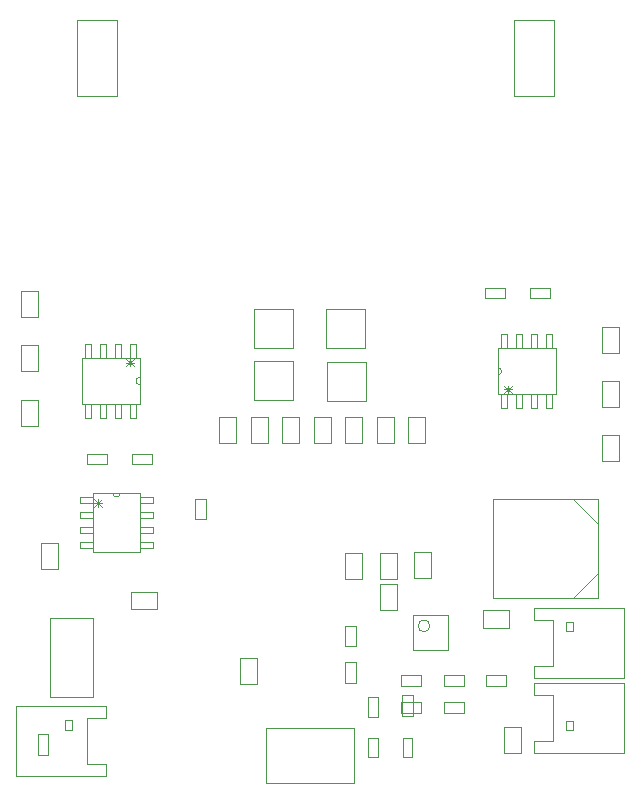
<source format=gbr>
G04*
G04 #@! TF.GenerationSoftware,Altium Limited,Altium Designer,24.6.1 (21)*
G04*
G04 Layer_Color=16711935*
%FSLAX25Y25*%
%MOIN*%
G70*
G04*
G04 #@! TF.SameCoordinates,3E969972-8C0A-4DBC-9D31-E8772DB7AAD8*
G04*
G04*
G04 #@! TF.FilePolarity,Positive*
G04*
G01*
G75*
%ADD15C,0.00300*%
%ADD60C,0.00394*%
%ADD63C,0.00000*%
%ADD64C,0.00100*%
D15*
X279400Y280676D02*
X282024Y278052D01*
X279400D02*
X282024Y280676D01*
X279400Y279364D02*
X282024D01*
X280712Y278052D02*
Y280676D01*
X416125Y316027D02*
X418749Y318651D01*
Y316027D02*
X416125Y318651D01*
X417437Y316027D02*
Y318651D01*
X418749Y317339D02*
X416125D01*
X292630Y327628D02*
X290006Y325004D01*
Y327628D02*
X292630Y325004D01*
X291318Y327628D02*
Y325004D01*
X290006Y326316D02*
X292630D01*
D60*
X391398Y238528D02*
G03*
X391398Y238528I-1969J0D01*
G01*
X382228Y208653D02*
Y215347D01*
X385772Y208653D02*
Y215347D01*
X382228D02*
X385772D01*
X382228Y208653D02*
X385772D01*
X370728Y208154D02*
Y214846D01*
X374272Y208154D02*
Y214846D01*
X370728D02*
X374272D01*
X370728Y208154D02*
X374272D01*
X374646Y252331D02*
X380354D01*
X374646Y243669D02*
X380354D01*
X374646D02*
Y252331D01*
X380354Y243669D02*
Y252331D01*
X385886Y230654D02*
X397303D01*
X385886Y242071D02*
X397303D01*
Y230654D02*
Y242071D01*
X385886Y230654D02*
Y242071D01*
X291669Y249854D02*
X300331D01*
X291669Y244146D02*
X300331D01*
X291669D02*
Y249854D01*
X300331Y244146D02*
Y249854D01*
X336755Y186067D02*
X366245D01*
X336755D02*
Y204552D01*
X336736Y204571D02*
X366245D01*
Y186067D02*
Y204571D01*
X333805Y227831D02*
X333805Y219169D01*
X328097Y219169D02*
Y227831D01*
X333805D01*
X328097Y219169D02*
X333805Y219169D01*
X264717Y241189D02*
X279283D01*
X264717Y214811D02*
X279283D01*
X264717D02*
Y241189D01*
X279283D02*
X279283Y214811D01*
X253395Y188448D02*
X283316D01*
X253395D02*
Y211676D01*
X253394Y211677D02*
X283316D01*
X283316Y207741D02*
X283316Y211676D01*
X283315Y207740D02*
X283316Y207741D01*
X277016Y207740D02*
X283315Y207740D01*
Y188449D02*
Y192386D01*
X277016D02*
X283315D01*
X277016D02*
Y207740D01*
X363179Y219654D02*
X366722D01*
X363179Y226346D02*
X366722D01*
X363179Y219654D02*
X363179Y226346D01*
X366722Y219654D02*
X366722Y226346D01*
X363146Y254169D02*
Y262831D01*
X368854Y254169D02*
Y262831D01*
X363146Y254169D02*
X368854D01*
X363146Y262831D02*
X368854D01*
X363228Y231701D02*
X366772Y231701D01*
X363228Y238394D02*
X366772D01*
X363228D02*
X363228Y231701D01*
X366772Y231701D02*
Y238394D01*
X416146Y196169D02*
X421854D01*
X416146Y204831D02*
X421854D01*
X416146Y196169D02*
Y204831D01*
X421854Y196169D02*
Y204831D01*
X382425Y194850D02*
Y201150D01*
Y194850D02*
X385575D01*
X382425Y201150D02*
X385575D01*
Y194850D02*
Y201150D01*
X374075Y194850D02*
Y201150D01*
X370925D02*
X374075D01*
X370925Y194850D02*
X374075D01*
X370925D02*
Y201150D01*
X260728Y195653D02*
Y202346D01*
X264272Y195653D02*
Y202346D01*
X260728D02*
X264272D01*
X260728Y195653D02*
X264272D01*
X269819Y207075D02*
X272181D01*
X269819Y203925D02*
X269819Y207075D01*
X269819Y203925D02*
X272181D01*
X272181Y207075D02*
X272181Y203925D01*
X388347Y209575D02*
Y213118D01*
X381653Y209575D02*
Y213118D01*
Y209575D02*
X388347D01*
X381653Y213118D02*
X388347D01*
X402846Y209575D02*
Y213118D01*
X396153Y209575D02*
Y213118D01*
Y209575D02*
X402846D01*
X396153Y213118D02*
X402846D01*
X337354Y299516D02*
Y308177D01*
X331646Y299516D02*
Y308177D01*
X337354D01*
X331646Y299516D02*
X337354D01*
X358354D02*
Y308177D01*
X352646Y299516D02*
Y308177D01*
X358354D01*
X352646Y299516D02*
X358354D01*
X347854D02*
Y308177D01*
X342146Y299516D02*
Y308177D01*
X347854D01*
X342146Y299516D02*
X347854D01*
X326854D02*
Y308177D01*
X321146Y299516D02*
Y308177D01*
X326854D01*
X321146Y299516D02*
X326854D01*
X389854D02*
Y308177D01*
X384146Y299516D02*
Y308177D01*
X389854D01*
X384146Y299516D02*
X389854D01*
X379354D02*
Y308177D01*
X373646Y299516D02*
Y308177D01*
X379354D01*
X373646Y299516D02*
X379354D01*
X368854D02*
Y308177D01*
X363146Y299516D02*
Y308177D01*
X368854D01*
X363146Y299516D02*
X368854D01*
X273807Y415051D02*
Y440642D01*
X287193Y415051D02*
Y440642D01*
X273807D02*
X287193D01*
X273807Y415051D02*
X287193D01*
X436819Y206921D02*
X439181D01*
X436819Y203772D02*
Y206921D01*
Y203772D02*
X439181D01*
Y206921D01*
X432338Y200169D02*
Y215524D01*
X426039Y215524D02*
X432338Y215524D01*
X426039Y215524D02*
Y219461D01*
Y200169D02*
X432338Y200169D01*
X426038Y200168D02*
X426039Y200169D01*
X426038Y200168D02*
X426038Y196233D01*
X426038Y196232D02*
X455961D01*
X455960Y219461D02*
X455960Y196233D01*
X426038Y219461D02*
X455960D01*
X439181Y236772D02*
Y239921D01*
X436819Y236772D02*
X439181D01*
X436819D02*
Y239921D01*
X439181D01*
X316772Y274000D02*
Y280693D01*
X313228Y274000D02*
Y280693D01*
X316772D01*
X313228Y274000D02*
X316772D01*
X267354Y257516D02*
Y266177D01*
X261646Y257516D02*
Y266177D01*
X267354D01*
X261646Y257516D02*
X267354D01*
X386146Y263221D02*
X391854D01*
X386146Y254559D02*
X391854D01*
Y263221D01*
X386146Y254559D02*
Y263221D01*
X432484Y225232D02*
Y240587D01*
X426185Y240587D02*
X432484Y240587D01*
X426185Y240587D02*
Y244524D01*
Y225232D02*
X432484D01*
X426184Y225231D02*
X426185Y225232D01*
X426184Y221296D02*
Y225231D01*
Y221295D02*
X456106D01*
X456105Y221296D02*
X456105Y244525D01*
X426184D02*
X456105D01*
X409169Y237992D02*
Y243701D01*
X417831Y237992D02*
Y243701D01*
X409169D02*
X417831D01*
X409169Y237992D02*
X417831D01*
X255146Y350177D02*
X260854Y350177D01*
X255146Y341516D02*
X260854D01*
X260854Y350177D01*
X255146Y341516D02*
Y350177D01*
X255146Y323516D02*
X260854Y323516D01*
X255146Y332177D02*
X260854D01*
X255146Y323516D02*
X255146Y332177D01*
X260854Y323516D02*
Y332177D01*
X255146Y313677D02*
X260854D01*
X255146Y305016D02*
X260854D01*
Y313677D01*
X255146Y305016D02*
Y313677D01*
X448646Y329472D02*
X454354D01*
X448646Y338134D02*
X454354D01*
X448646Y329472D02*
Y338134D01*
X454354Y329472D02*
Y338134D01*
X396153Y222118D02*
X402846D01*
X396153Y218575D02*
X402846D01*
X396153D02*
Y222118D01*
X402846Y218575D02*
Y222118D01*
X374646Y262831D02*
X380354D01*
X374646Y254169D02*
X380354D01*
Y262831D01*
X374646Y254169D02*
Y262831D01*
X410201Y222118D02*
X416894D01*
X410201Y218575D02*
X416894D01*
X410201D02*
Y222118D01*
X416894Y218575D02*
Y222118D01*
X381653D02*
X388347D01*
X381653Y218575D02*
X388347D01*
X381653D02*
Y222118D01*
X388347Y218575D02*
Y222118D01*
X419307Y415051D02*
X432693D01*
X419307Y440642D02*
X432693D01*
Y415051D02*
Y440642D01*
X419307Y415051D02*
Y440642D01*
X277201Y292407D02*
X283894D01*
X277201Y295950D02*
X283894D01*
Y292407D02*
Y295950D01*
X277201Y292407D02*
Y295950D01*
X424908Y351249D02*
X431601D01*
X424908Y347706D02*
X431601D01*
X424908D02*
Y351249D01*
X431601Y347706D02*
Y351249D01*
X416601Y347706D02*
Y351249D01*
X409908Y347706D02*
X409908Y351249D01*
X409908Y347706D02*
X416601Y347706D01*
X409908Y351249D02*
X416601D01*
X292154Y292407D02*
Y295950D01*
X298847Y292407D02*
Y295950D01*
X292154D02*
X298847D01*
X292154Y292407D02*
X298847Y292407D01*
X370091Y313512D02*
Y326504D01*
X357098Y313512D02*
X370091D01*
X357098D02*
Y326504D01*
X370091D01*
X332949Y313850D02*
Y326842D01*
X345941D01*
Y313850D02*
Y326842D01*
X332949Y313850D02*
X345941D01*
X345903Y331186D02*
Y344178D01*
X332911Y331186D02*
X345903D01*
X332911D02*
Y344178D01*
X345903D01*
X356856Y331186D02*
Y344178D01*
X369848D01*
Y331186D02*
Y344178D01*
X356856Y331186D02*
X369848D01*
X454354Y293516D02*
Y302177D01*
X448646Y293516D02*
Y302177D01*
X454354D01*
X448646Y293516D02*
X454354D01*
X448646Y311516D02*
Y320177D01*
X454354Y311516D02*
Y320177D01*
X448646Y311516D02*
X454354D01*
X448646Y320177D02*
X454354D01*
D63*
X285800Y282697D02*
G03*
X288200Y282697I1200J0D01*
G01*
X414105Y322277D02*
G03*
X414105Y324677I0J1200D01*
G01*
X294650Y321378D02*
G03*
X294650Y318978I0J-1200D01*
G01*
D64*
X279150Y262997D02*
Y282697D01*
X294850D01*
Y262997D02*
Y282697D01*
X279150Y262997D02*
X294850D01*
Y281347D02*
X299200Y281347D01*
Y279346D02*
Y281347D01*
X294850Y279346D02*
X299200D01*
X294850D02*
X294850Y281347D01*
X294850Y276346D02*
X299200D01*
Y274346D02*
Y276346D01*
X294850Y274346D02*
X299200Y274346D01*
X294850Y276346D02*
X294850Y274346D01*
Y271346D02*
X299200Y271346D01*
Y269346D02*
Y271346D01*
X294850Y269346D02*
X299200Y269346D01*
X294850Y269346D02*
X294850Y271346D01*
Y266347D02*
X299200D01*
Y264347D02*
Y266347D01*
X294850Y264347D02*
X299200Y264347D01*
X294850Y264347D02*
Y266347D01*
X274800Y264347D02*
X279150Y264347D01*
X274800Y264347D02*
Y266347D01*
X279150Y266347D01*
Y264347D02*
Y266347D01*
X274800Y269346D02*
X279150Y269346D01*
X274800Y269346D02*
Y271346D01*
X279150D01*
X279150Y269346D01*
X274800Y274346D02*
X279150D01*
X274800D02*
Y276346D01*
X279150D01*
X279150Y274346D02*
X279150Y276346D01*
X274800Y279346D02*
X279150Y279346D01*
X274800Y279346D02*
Y281347D01*
X279150Y281347D01*
X279150Y279346D01*
X415255Y315777D02*
X417255D01*
X415255D02*
X415255Y311278D01*
X417255D01*
Y315777D01*
X420255D02*
X422255D01*
X420255Y311278D02*
Y315777D01*
Y311278D02*
X422255D01*
Y315777D01*
X425255D02*
X427255D01*
X425255Y311278D02*
X425255Y315777D01*
X425255Y311278D02*
X427255D01*
Y315777D01*
X430255D02*
X432255D01*
X430255Y311278D02*
Y315777D01*
Y311278D02*
X432255D01*
X432255Y315777D01*
X430255Y331177D02*
X432255D01*
X432255Y335678D02*
X432255Y331177D01*
X430255Y335678D02*
X432255D01*
X430255Y331177D02*
Y335678D01*
X425255Y331177D02*
X427255D01*
Y335678D01*
X425255D02*
X427255D01*
X425255D02*
X425255Y331177D01*
X420255D02*
X422255D01*
Y335678D01*
X420255D02*
X422255D01*
X420255Y331177D02*
Y335678D01*
X415255Y331177D02*
X417255D01*
Y335678D01*
X415255D02*
X417255D01*
X415255Y331177D02*
X415255Y335678D01*
X433405Y315777D02*
Y331177D01*
X414105D02*
X433405D01*
X414105Y315777D02*
Y331177D01*
Y315777D02*
X433405D01*
X291500Y327878D02*
X293500Y327878D01*
Y332378D01*
X291500D02*
X293500D01*
X291500Y327878D02*
Y332378D01*
X286500Y327878D02*
X288500Y327878D01*
Y332378D01*
X286500Y332378D02*
X288500Y332378D01*
X286500Y332378D02*
X286500Y327878D01*
X281500Y327878D02*
X283500Y327878D01*
Y332378D01*
X281500Y332378D02*
X283500Y332378D01*
X281500Y327878D02*
Y332378D01*
X276500Y327878D02*
X278500Y327878D01*
Y332378D01*
X276500D02*
X278500D01*
X276500Y327878D02*
Y332378D01*
Y312478D02*
X278500Y312478D01*
X276500Y307978D02*
Y312478D01*
Y307978D02*
X278500D01*
Y312478D01*
X281500D02*
X283500Y312478D01*
X281500Y307978D02*
Y312478D01*
Y307978D02*
X283500Y307978D01*
Y312478D01*
X286500D02*
X288500Y312478D01*
X286500Y307978D02*
Y312478D01*
Y307978D02*
X288500Y307978D01*
X288500Y312478D01*
X291500D02*
X293500Y312478D01*
X291500Y307978D02*
Y312478D01*
Y307978D02*
X293500Y307978D01*
Y312478D01*
X275350D02*
Y327878D01*
Y312478D02*
X294650D01*
X294650Y327878D01*
X275350Y327878D02*
X294650Y327878D01*
X439225Y247797D02*
X447500Y256071D01*
X439225Y280896D02*
X447500Y272621D01*
X412500Y280896D02*
X447500D01*
X412500Y247797D02*
Y280896D01*
Y247797D02*
X447500D01*
Y280896D01*
M02*

</source>
